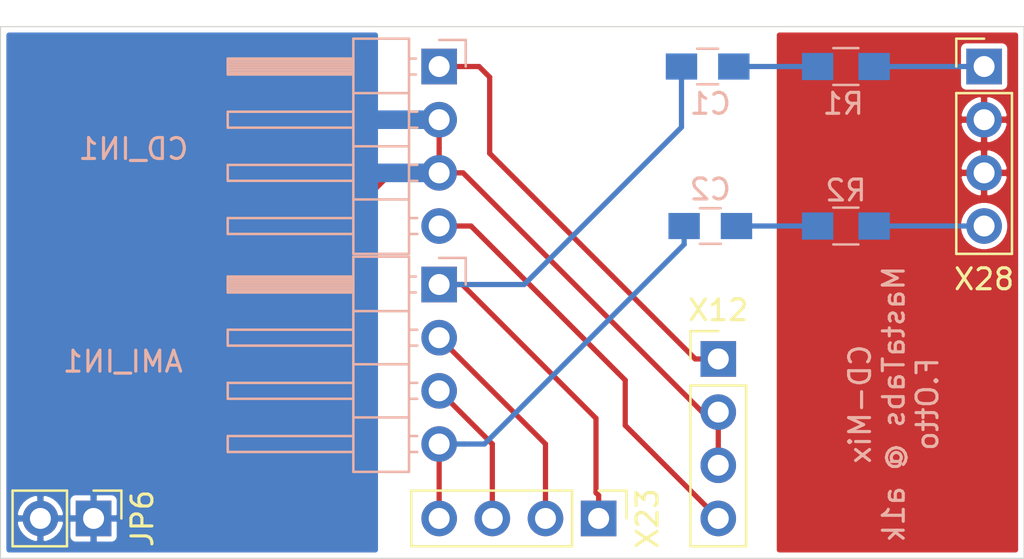
<source format=kicad_pcb>
(kicad_pcb (version 20171130) (host pcbnew 5.1.5)

  (general
    (thickness 1.6)
    (drawings 5)
    (tracks 46)
    (zones 0)
    (modules 10)
    (nets 12)
  )

  (page A4)
  (layers
    (0 F.Cu signal)
    (31 B.Cu signal)
    (32 B.Adhes user)
    (33 F.Adhes user)
    (34 B.Paste user)
    (35 F.Paste user)
    (36 B.SilkS user)
    (37 F.SilkS user)
    (38 B.Mask user)
    (39 F.Mask user)
    (40 Dwgs.User user)
    (41 Cmts.User user)
    (42 Eco1.User user)
    (43 Eco2.User user)
    (44 Edge.Cuts user)
    (45 Margin user)
    (46 B.CrtYd user)
    (47 F.CrtYd user)
    (48 B.Fab user)
    (49 F.Fab user hide)
  )

  (setup
    (last_trace_width 0.889)
    (user_trace_width 0.889)
    (trace_clearance 0.2)
    (zone_clearance 0.254)
    (zone_45_only no)
    (trace_min 0.2)
    (via_size 0.8)
    (via_drill 0.4)
    (via_min_size 0.4)
    (via_min_drill 0.3)
    (uvia_size 0.3)
    (uvia_drill 0.1)
    (uvias_allowed no)
    (uvia_min_size 0.2)
    (uvia_min_drill 0.1)
    (edge_width 0.05)
    (segment_width 0.2)
    (pcb_text_width 0.3)
    (pcb_text_size 1.5 1.5)
    (mod_edge_width 0.12)
    (mod_text_size 1 1)
    (mod_text_width 0.15)
    (pad_size 1.524 1.524)
    (pad_drill 0.762)
    (pad_to_mask_clearance 0.051)
    (solder_mask_min_width 0.25)
    (aux_axis_origin 0 0)
    (visible_elements FFFFFF7F)
    (pcbplotparams
      (layerselection 0x010fc_ffffffff)
      (usegerberextensions true)
      (usegerberattributes false)
      (usegerberadvancedattributes false)
      (creategerberjobfile false)
      (excludeedgelayer true)
      (linewidth 0.100000)
      (plotframeref false)
      (viasonmask false)
      (mode 1)
      (useauxorigin false)
      (hpglpennumber 1)
      (hpglpenspeed 20)
      (hpglpendiameter 15.000000)
      (psnegative false)
      (psa4output false)
      (plotreference true)
      (plotvalue true)
      (plotinvisibletext false)
      (padsonsilk false)
      (subtractmaskfromsilk false)
      (outputformat 1)
      (mirror false)
      (drillshape 0)
      (scaleselection 1)
      (outputdirectory "gerber"))
  )

  (net 0 "")
  (net 1 "Net-(AMI_IN1-Pad4)")
  (net 2 "Net-(AMI_IN1-Pad2)")
  (net 3 "Net-(AMI_IN1-Pad1)")
  (net 4 "Net-(C1-Pad1)")
  (net 5 "Net-(C2-Pad1)")
  (net 6 "Net-(CD_IN1-Pad4)")
  (net 7 "Net-(CD_IN1-Pad2)")
  (net 8 "Net-(CD_IN1-Pad1)")
  (net 9 "Net-(R1-Pad1)")
  (net 10 "Net-(R2-Pad1)")
  (net 11 "Net-(X28-Pad2)")

  (net_class Default "Dies ist die voreingestellte Netzklasse."
    (clearance 0.2)
    (trace_width 0.25)
    (via_dia 0.8)
    (via_drill 0.4)
    (uvia_dia 0.3)
    (uvia_drill 0.1)
    (add_net "Net-(AMI_IN1-Pad1)")
    (add_net "Net-(AMI_IN1-Pad2)")
    (add_net "Net-(AMI_IN1-Pad4)")
    (add_net "Net-(C1-Pad1)")
    (add_net "Net-(C2-Pad1)")
    (add_net "Net-(CD_IN1-Pad1)")
    (add_net "Net-(CD_IN1-Pad2)")
    (add_net "Net-(CD_IN1-Pad4)")
    (add_net "Net-(R1-Pad1)")
    (add_net "Net-(R2-Pad1)")
    (add_net "Net-(X28-Pad2)")
  )

  (module Socket_Strips:Socket_Strip_Straight_1x04_Pitch2.54mm (layer F.Cu) (tedit 58CD5446) (tstamp 5ED23151)
    (at 170.815 95.25)
    (descr "Through hole straight socket strip, 1x04, 2.54mm pitch, single row")
    (tags "Through hole socket strip THT 1x04 2.54mm single row")
    (path /5ED21F9A)
    (fp_text reference X28 (at 0 10.16) (layer F.SilkS)
      (effects (font (size 1 1) (thickness 0.15)))
    )
    (fp_text value Conn_01x04 (at 0 9.95) (layer F.Fab)
      (effects (font (size 1 1) (thickness 0.15)))
    )
    (fp_text user %R (at 0 -2.33) (layer F.Fab)
      (effects (font (size 1 1) (thickness 0.15)))
    )
    (fp_line (start 1.8 -1.8) (end -1.8 -1.8) (layer F.CrtYd) (width 0.05))
    (fp_line (start 1.8 9.4) (end 1.8 -1.8) (layer F.CrtYd) (width 0.05))
    (fp_line (start -1.8 9.4) (end 1.8 9.4) (layer F.CrtYd) (width 0.05))
    (fp_line (start -1.8 -1.8) (end -1.8 9.4) (layer F.CrtYd) (width 0.05))
    (fp_line (start -1.33 -1.33) (end 0 -1.33) (layer F.SilkS) (width 0.12))
    (fp_line (start -1.33 0) (end -1.33 -1.33) (layer F.SilkS) (width 0.12))
    (fp_line (start 1.33 1.27) (end -1.33 1.27) (layer F.SilkS) (width 0.12))
    (fp_line (start 1.33 8.95) (end 1.33 1.27) (layer F.SilkS) (width 0.12))
    (fp_line (start -1.33 8.95) (end 1.33 8.95) (layer F.SilkS) (width 0.12))
    (fp_line (start -1.33 1.27) (end -1.33 8.95) (layer F.SilkS) (width 0.12))
    (fp_line (start 1.27 -1.27) (end -1.27 -1.27) (layer F.Fab) (width 0.1))
    (fp_line (start 1.27 8.89) (end 1.27 -1.27) (layer F.Fab) (width 0.1))
    (fp_line (start -1.27 8.89) (end 1.27 8.89) (layer F.Fab) (width 0.1))
    (fp_line (start -1.27 -1.27) (end -1.27 8.89) (layer F.Fab) (width 0.1))
    (pad 4 thru_hole oval (at 0 7.62) (size 1.7 1.7) (drill 1) (layers *.Cu *.Mask)
      (net 10 "Net-(R2-Pad1)"))
    (pad 3 thru_hole oval (at 0 5.08) (size 1.7 1.7) (drill 1) (layers *.Cu *.Mask)
      (net 11 "Net-(X28-Pad2)"))
    (pad 2 thru_hole oval (at 0 2.54) (size 1.7 1.7) (drill 1) (layers *.Cu *.Mask)
      (net 11 "Net-(X28-Pad2)"))
    (pad 1 thru_hole rect (at 0 0) (size 1.7 1.7) (drill 1) (layers *.Cu *.Mask)
      (net 9 "Net-(R1-Pad1)"))
    (model ${KISYS3DMOD}/Connector_PinSocket_2.54mm.3dshapes/PinSocket_1x04_P2.54mm_Vertical.wrl
      (at (xyz 0 0 0))
      (scale (xyz 1 1 1))
      (rotate (xyz 0 0 0))
    )
  )

  (module Socket_Strips:Socket_Strip_Straight_1x04_Pitch2.54mm (layer F.Cu) (tedit 58CD5446) (tstamp 5ED2313A)
    (at 152.4 116.84 270)
    (descr "Through hole straight socket strip, 1x04, 2.54mm pitch, single row")
    (tags "Through hole socket strip THT 1x04 2.54mm single row")
    (path /5ED22705)
    (fp_text reference X23 (at 0 -2.33 90) (layer F.SilkS)
      (effects (font (size 1 1) (thickness 0.15)))
    )
    (fp_text value Conn_01x04 (at 0 9.95 90) (layer F.Fab)
      (effects (font (size 1 1) (thickness 0.15)))
    )
    (fp_text user %R (at 0 -2.33 90) (layer F.Fab)
      (effects (font (size 1 1) (thickness 0.15)))
    )
    (fp_line (start 1.8 -1.8) (end -1.8 -1.8) (layer F.CrtYd) (width 0.05))
    (fp_line (start 1.8 9.4) (end 1.8 -1.8) (layer F.CrtYd) (width 0.05))
    (fp_line (start -1.8 9.4) (end 1.8 9.4) (layer F.CrtYd) (width 0.05))
    (fp_line (start -1.8 -1.8) (end -1.8 9.4) (layer F.CrtYd) (width 0.05))
    (fp_line (start -1.33 -1.33) (end 0 -1.33) (layer F.SilkS) (width 0.12))
    (fp_line (start -1.33 0) (end -1.33 -1.33) (layer F.SilkS) (width 0.12))
    (fp_line (start 1.33 1.27) (end -1.33 1.27) (layer F.SilkS) (width 0.12))
    (fp_line (start 1.33 8.95) (end 1.33 1.27) (layer F.SilkS) (width 0.12))
    (fp_line (start -1.33 8.95) (end 1.33 8.95) (layer F.SilkS) (width 0.12))
    (fp_line (start -1.33 1.27) (end -1.33 8.95) (layer F.SilkS) (width 0.12))
    (fp_line (start 1.27 -1.27) (end -1.27 -1.27) (layer F.Fab) (width 0.1))
    (fp_line (start 1.27 8.89) (end 1.27 -1.27) (layer F.Fab) (width 0.1))
    (fp_line (start -1.27 8.89) (end 1.27 8.89) (layer F.Fab) (width 0.1))
    (fp_line (start -1.27 -1.27) (end -1.27 8.89) (layer F.Fab) (width 0.1))
    (pad 4 thru_hole oval (at 0 7.62 270) (size 1.7 1.7) (drill 1) (layers *.Cu *.Mask)
      (net 1 "Net-(AMI_IN1-Pad4)"))
    (pad 3 thru_hole oval (at 0 5.08 270) (size 1.7 1.7) (drill 1) (layers *.Cu *.Mask)
      (net 2 "Net-(AMI_IN1-Pad2)"))
    (pad 2 thru_hole oval (at 0 2.54 270) (size 1.7 1.7) (drill 1) (layers *.Cu *.Mask)
      (net 2 "Net-(AMI_IN1-Pad2)"))
    (pad 1 thru_hole rect (at 0 0 270) (size 1.7 1.7) (drill 1) (layers *.Cu *.Mask)
      (net 3 "Net-(AMI_IN1-Pad1)"))
    (model ${KISYS3DMOD}/Connector_PinSocket_2.54mm.3dshapes/PinSocket_1x04_P2.54mm_Vertical.wrl
      (at (xyz 0 0 0))
      (scale (xyz 1 1 1))
      (rotate (xyz 0 0 0))
    )
  )

  (module Socket_Strips:Socket_Strip_Straight_1x04_Pitch2.54mm (layer F.Cu) (tedit 58CD5446) (tstamp 5ED23123)
    (at 158.115 109.22)
    (descr "Through hole straight socket strip, 1x04, 2.54mm pitch, single row")
    (tags "Through hole socket strip THT 1x04 2.54mm single row")
    (path /5ED22340)
    (fp_text reference X12 (at 0 -2.33) (layer F.SilkS)
      (effects (font (size 1 1) (thickness 0.15)))
    )
    (fp_text value Conn_01x04 (at 0 9.95) (layer F.Fab)
      (effects (font (size 1 1) (thickness 0.15)))
    )
    (fp_text user %R (at 0 -2.33) (layer F.Fab)
      (effects (font (size 1 1) (thickness 0.15)))
    )
    (fp_line (start 1.8 -1.8) (end -1.8 -1.8) (layer F.CrtYd) (width 0.05))
    (fp_line (start 1.8 9.4) (end 1.8 -1.8) (layer F.CrtYd) (width 0.05))
    (fp_line (start -1.8 9.4) (end 1.8 9.4) (layer F.CrtYd) (width 0.05))
    (fp_line (start -1.8 -1.8) (end -1.8 9.4) (layer F.CrtYd) (width 0.05))
    (fp_line (start -1.33 -1.33) (end 0 -1.33) (layer F.SilkS) (width 0.12))
    (fp_line (start -1.33 0) (end -1.33 -1.33) (layer F.SilkS) (width 0.12))
    (fp_line (start 1.33 1.27) (end -1.33 1.27) (layer F.SilkS) (width 0.12))
    (fp_line (start 1.33 8.95) (end 1.33 1.27) (layer F.SilkS) (width 0.12))
    (fp_line (start -1.33 8.95) (end 1.33 8.95) (layer F.SilkS) (width 0.12))
    (fp_line (start -1.33 1.27) (end -1.33 8.95) (layer F.SilkS) (width 0.12))
    (fp_line (start 1.27 -1.27) (end -1.27 -1.27) (layer F.Fab) (width 0.1))
    (fp_line (start 1.27 8.89) (end 1.27 -1.27) (layer F.Fab) (width 0.1))
    (fp_line (start -1.27 8.89) (end 1.27 8.89) (layer F.Fab) (width 0.1))
    (fp_line (start -1.27 -1.27) (end -1.27 8.89) (layer F.Fab) (width 0.1))
    (pad 4 thru_hole oval (at 0 7.62) (size 1.7 1.7) (drill 1) (layers *.Cu *.Mask)
      (net 6 "Net-(CD_IN1-Pad4)"))
    (pad 3 thru_hole oval (at 0 5.08) (size 1.7 1.7) (drill 1) (layers *.Cu *.Mask)
      (net 7 "Net-(CD_IN1-Pad2)"))
    (pad 2 thru_hole oval (at 0 2.54) (size 1.7 1.7) (drill 1) (layers *.Cu *.Mask)
      (net 7 "Net-(CD_IN1-Pad2)"))
    (pad 1 thru_hole rect (at 0 0) (size 1.7 1.7) (drill 1) (layers *.Cu *.Mask)
      (net 8 "Net-(CD_IN1-Pad1)"))
    (model ${KISYS3DMOD}/Connector_PinSocket_2.54mm.3dshapes/PinSocket_1x04_P2.54mm_Vertical.wrl
      (at (xyz 0 0 0))
      (scale (xyz 1 1 1))
      (rotate (xyz 0 0 0))
    )
  )

  (module Resistors_SMD:R_0805_HandSoldering (layer B.Cu) (tedit 58E0A804) (tstamp 5ED2310C)
    (at 164.211 102.87 180)
    (descr "Resistor SMD 0805, hand soldering")
    (tags "resistor 0805")
    (path /5ED244D5)
    (attr smd)
    (fp_text reference R2 (at 0 1.7) (layer B.SilkS)
      (effects (font (size 1 1) (thickness 0.15)) (justify mirror))
    )
    (fp_text value 4k7 (at 0 -1.75) (layer B.Fab)
      (effects (font (size 1 1) (thickness 0.15)) (justify mirror))
    )
    (fp_line (start 2.35 -0.9) (end -2.35 -0.9) (layer B.CrtYd) (width 0.05))
    (fp_line (start 2.35 -0.9) (end 2.35 0.9) (layer B.CrtYd) (width 0.05))
    (fp_line (start -2.35 0.9) (end -2.35 -0.9) (layer B.CrtYd) (width 0.05))
    (fp_line (start -2.35 0.9) (end 2.35 0.9) (layer B.CrtYd) (width 0.05))
    (fp_line (start -0.6 0.88) (end 0.6 0.88) (layer B.SilkS) (width 0.12))
    (fp_line (start 0.6 -0.88) (end -0.6 -0.88) (layer B.SilkS) (width 0.12))
    (fp_line (start -1 0.62) (end 1 0.62) (layer B.Fab) (width 0.1))
    (fp_line (start 1 0.62) (end 1 -0.62) (layer B.Fab) (width 0.1))
    (fp_line (start 1 -0.62) (end -1 -0.62) (layer B.Fab) (width 0.1))
    (fp_line (start -1 -0.62) (end -1 0.62) (layer B.Fab) (width 0.1))
    (fp_text user %R (at 0 0) (layer B.Fab)
      (effects (font (size 0.5 0.5) (thickness 0.075)) (justify mirror))
    )
    (pad 2 smd rect (at 1.35 0 180) (size 1.5 1.3) (layers B.Cu B.Paste B.Mask)
      (net 5 "Net-(C2-Pad1)"))
    (pad 1 smd rect (at -1.35 0 180) (size 1.5 1.3) (layers B.Cu B.Paste B.Mask)
      (net 10 "Net-(R2-Pad1)"))
    (model ${KISYS3DMOD}/Resistor_SMD.3dshapes/R_0805_2012Metric.wrl
      (at (xyz 0 0 0))
      (scale (xyz 1 1 1))
      (rotate (xyz 0 0 0))
    )
  )

  (module Resistors_SMD:R_0805_HandSoldering (layer B.Cu) (tedit 58E0A804) (tstamp 5ED230FB)
    (at 164.211 95.25 180)
    (descr "Resistor SMD 0805, hand soldering")
    (tags "resistor 0805")
    (path /5ED23EA9)
    (attr smd)
    (fp_text reference R1 (at 0.127 -1.778) (layer B.SilkS)
      (effects (font (size 1 1) (thickness 0.15)) (justify mirror))
    )
    (fp_text value 4k7 (at 0 -1.75) (layer B.Fab)
      (effects (font (size 1 1) (thickness 0.15)) (justify mirror))
    )
    (fp_line (start 2.35 -0.9) (end -2.35 -0.9) (layer B.CrtYd) (width 0.05))
    (fp_line (start 2.35 -0.9) (end 2.35 0.9) (layer B.CrtYd) (width 0.05))
    (fp_line (start -2.35 0.9) (end -2.35 -0.9) (layer B.CrtYd) (width 0.05))
    (fp_line (start -2.35 0.9) (end 2.35 0.9) (layer B.CrtYd) (width 0.05))
    (fp_line (start -0.6 0.88) (end 0.6 0.88) (layer B.SilkS) (width 0.12))
    (fp_line (start 0.6 -0.88) (end -0.6 -0.88) (layer B.SilkS) (width 0.12))
    (fp_line (start -1 0.62) (end 1 0.62) (layer B.Fab) (width 0.1))
    (fp_line (start 1 0.62) (end 1 -0.62) (layer B.Fab) (width 0.1))
    (fp_line (start 1 -0.62) (end -1 -0.62) (layer B.Fab) (width 0.1))
    (fp_line (start -1 -0.62) (end -1 0.62) (layer B.Fab) (width 0.1))
    (fp_text user %R (at 0 0) (layer B.Fab)
      (effects (font (size 0.5 0.5) (thickness 0.075)) (justify mirror))
    )
    (pad 2 smd rect (at 1.35 0 180) (size 1.5 1.3) (layers B.Cu B.Paste B.Mask)
      (net 4 "Net-(C1-Pad1)"))
    (pad 1 smd rect (at -1.35 0 180) (size 1.5 1.3) (layers B.Cu B.Paste B.Mask)
      (net 9 "Net-(R1-Pad1)"))
    (model ${KISYS3DMOD}/Resistor_SMD.3dshapes/R_0805_2012Metric.wrl
      (at (xyz 0 0 0))
      (scale (xyz 1 1 1))
      (rotate (xyz 0 0 0))
    )
  )

  (module Socket_Strips:Socket_Strip_Straight_1x02_Pitch2.54mm (layer F.Cu) (tedit 58CD5446) (tstamp 5ED230EA)
    (at 128.27 116.84 270)
    (descr "Through hole straight socket strip, 1x02, 2.54mm pitch, single row")
    (tags "Through hole socket strip THT 1x02 2.54mm single row")
    (path /5ED23777)
    (fp_text reference JP6 (at 0 -2.33 90) (layer F.SilkS)
      (effects (font (size 1 1) (thickness 0.15)))
    )
    (fp_text value Conn_01x02 (at 0 4.87 90) (layer F.Fab)
      (effects (font (size 1 1) (thickness 0.15)))
    )
    (fp_text user %R (at 0 -2.33 90) (layer F.Fab)
      (effects (font (size 1 1) (thickness 0.15)))
    )
    (fp_line (start 1.8 -1.8) (end -1.8 -1.8) (layer F.CrtYd) (width 0.05))
    (fp_line (start 1.8 4.35) (end 1.8 -1.8) (layer F.CrtYd) (width 0.05))
    (fp_line (start -1.8 4.35) (end 1.8 4.35) (layer F.CrtYd) (width 0.05))
    (fp_line (start -1.8 -1.8) (end -1.8 4.35) (layer F.CrtYd) (width 0.05))
    (fp_line (start -1.33 -1.33) (end 0 -1.33) (layer F.SilkS) (width 0.12))
    (fp_line (start -1.33 0) (end -1.33 -1.33) (layer F.SilkS) (width 0.12))
    (fp_line (start 1.33 1.27) (end -1.33 1.27) (layer F.SilkS) (width 0.12))
    (fp_line (start 1.33 3.87) (end 1.33 1.27) (layer F.SilkS) (width 0.12))
    (fp_line (start -1.33 3.87) (end 1.33 3.87) (layer F.SilkS) (width 0.12))
    (fp_line (start -1.33 1.27) (end -1.33 3.87) (layer F.SilkS) (width 0.12))
    (fp_line (start 1.27 -1.27) (end -1.27 -1.27) (layer F.Fab) (width 0.1))
    (fp_line (start 1.27 3.81) (end 1.27 -1.27) (layer F.Fab) (width 0.1))
    (fp_line (start -1.27 3.81) (end 1.27 3.81) (layer F.Fab) (width 0.1))
    (fp_line (start -1.27 -1.27) (end -1.27 3.81) (layer F.Fab) (width 0.1))
    (pad 2 thru_hole oval (at 0 2.54 270) (size 1.7 1.7) (drill 1) (layers *.Cu *.Mask)
      (net 7 "Net-(CD_IN1-Pad2)"))
    (pad 1 thru_hole rect (at 0 0 270) (size 1.7 1.7) (drill 1) (layers *.Cu *.Mask)
      (net 7 "Net-(CD_IN1-Pad2)"))
    (model ${KISYS3DMOD}/Connector_PinSocket_2.54mm.3dshapes/PinSocket_1x02_P2.54mm_Vertical.wrl
      (at (xyz 0 0 0))
      (scale (xyz 1 1 1))
      (rotate (xyz 0 0 0))
    )
  )

  (module Pin_Headers:Pin_Header_Angled_1x04_Pitch2.54mm (layer B.Cu) (tedit 59650532) (tstamp 5ED230D5)
    (at 144.78 95.25 180)
    (descr "Through hole angled pin header, 1x04, 2.54mm pitch, 6mm pin length, single row")
    (tags "Through hole angled pin header THT 1x04 2.54mm single row")
    (path /5ED22E3A)
    (fp_text reference CD_IN1 (at 14.605 -3.937) (layer B.SilkS)
      (effects (font (size 1 1) (thickness 0.15)) (justify mirror))
    )
    (fp_text value Conn_01x04 (at 4.385 -9.89) (layer B.Fab)
      (effects (font (size 1 1) (thickness 0.15)) (justify mirror))
    )
    (fp_text user %R (at 2.77 -3.81 -90) (layer B.Fab)
      (effects (font (size 1 1) (thickness 0.15)) (justify mirror))
    )
    (fp_line (start 10.55 1.8) (end -1.8 1.8) (layer B.CrtYd) (width 0.05))
    (fp_line (start 10.55 -9.4) (end 10.55 1.8) (layer B.CrtYd) (width 0.05))
    (fp_line (start -1.8 -9.4) (end 10.55 -9.4) (layer B.CrtYd) (width 0.05))
    (fp_line (start -1.8 1.8) (end -1.8 -9.4) (layer B.CrtYd) (width 0.05))
    (fp_line (start -1.27 1.27) (end 0 1.27) (layer B.SilkS) (width 0.12))
    (fp_line (start -1.27 0) (end -1.27 1.27) (layer B.SilkS) (width 0.12))
    (fp_line (start 1.042929 -8) (end 1.44 -8) (layer B.SilkS) (width 0.12))
    (fp_line (start 1.042929 -7.24) (end 1.44 -7.24) (layer B.SilkS) (width 0.12))
    (fp_line (start 10.1 -8) (end 4.1 -8) (layer B.SilkS) (width 0.12))
    (fp_line (start 10.1 -7.24) (end 10.1 -8) (layer B.SilkS) (width 0.12))
    (fp_line (start 4.1 -7.24) (end 10.1 -7.24) (layer B.SilkS) (width 0.12))
    (fp_line (start 1.44 -6.35) (end 4.1 -6.35) (layer B.SilkS) (width 0.12))
    (fp_line (start 1.042929 -5.46) (end 1.44 -5.46) (layer B.SilkS) (width 0.12))
    (fp_line (start 1.042929 -4.7) (end 1.44 -4.7) (layer B.SilkS) (width 0.12))
    (fp_line (start 10.1 -5.46) (end 4.1 -5.46) (layer B.SilkS) (width 0.12))
    (fp_line (start 10.1 -4.7) (end 10.1 -5.46) (layer B.SilkS) (width 0.12))
    (fp_line (start 4.1 -4.7) (end 10.1 -4.7) (layer B.SilkS) (width 0.12))
    (fp_line (start 1.44 -3.81) (end 4.1 -3.81) (layer B.SilkS) (width 0.12))
    (fp_line (start 1.042929 -2.92) (end 1.44 -2.92) (layer B.SilkS) (width 0.12))
    (fp_line (start 1.042929 -2.16) (end 1.44 -2.16) (layer B.SilkS) (width 0.12))
    (fp_line (start 10.1 -2.92) (end 4.1 -2.92) (layer B.SilkS) (width 0.12))
    (fp_line (start 10.1 -2.16) (end 10.1 -2.92) (layer B.SilkS) (width 0.12))
    (fp_line (start 4.1 -2.16) (end 10.1 -2.16) (layer B.SilkS) (width 0.12))
    (fp_line (start 1.44 -1.27) (end 4.1 -1.27) (layer B.SilkS) (width 0.12))
    (fp_line (start 1.11 -0.38) (end 1.44 -0.38) (layer B.SilkS) (width 0.12))
    (fp_line (start 1.11 0.38) (end 1.44 0.38) (layer B.SilkS) (width 0.12))
    (fp_line (start 4.1 -0.28) (end 10.1 -0.28) (layer B.SilkS) (width 0.12))
    (fp_line (start 4.1 -0.16) (end 10.1 -0.16) (layer B.SilkS) (width 0.12))
    (fp_line (start 4.1 -0.04) (end 10.1 -0.04) (layer B.SilkS) (width 0.12))
    (fp_line (start 4.1 0.08) (end 10.1 0.08) (layer B.SilkS) (width 0.12))
    (fp_line (start 4.1 0.2) (end 10.1 0.2) (layer B.SilkS) (width 0.12))
    (fp_line (start 4.1 0.32) (end 10.1 0.32) (layer B.SilkS) (width 0.12))
    (fp_line (start 10.1 -0.38) (end 4.1 -0.38) (layer B.SilkS) (width 0.12))
    (fp_line (start 10.1 0.38) (end 10.1 -0.38) (layer B.SilkS) (width 0.12))
    (fp_line (start 4.1 0.38) (end 10.1 0.38) (layer B.SilkS) (width 0.12))
    (fp_line (start 4.1 1.33) (end 1.44 1.33) (layer B.SilkS) (width 0.12))
    (fp_line (start 4.1 -8.95) (end 4.1 1.33) (layer B.SilkS) (width 0.12))
    (fp_line (start 1.44 -8.95) (end 4.1 -8.95) (layer B.SilkS) (width 0.12))
    (fp_line (start 1.44 1.33) (end 1.44 -8.95) (layer B.SilkS) (width 0.12))
    (fp_line (start 4.04 -7.94) (end 10.04 -7.94) (layer B.Fab) (width 0.1))
    (fp_line (start 10.04 -7.3) (end 10.04 -7.94) (layer B.Fab) (width 0.1))
    (fp_line (start 4.04 -7.3) (end 10.04 -7.3) (layer B.Fab) (width 0.1))
    (fp_line (start -0.32 -7.94) (end 1.5 -7.94) (layer B.Fab) (width 0.1))
    (fp_line (start -0.32 -7.3) (end -0.32 -7.94) (layer B.Fab) (width 0.1))
    (fp_line (start -0.32 -7.3) (end 1.5 -7.3) (layer B.Fab) (width 0.1))
    (fp_line (start 4.04 -5.4) (end 10.04 -5.4) (layer B.Fab) (width 0.1))
    (fp_line (start 10.04 -4.76) (end 10.04 -5.4) (layer B.Fab) (width 0.1))
    (fp_line (start 4.04 -4.76) (end 10.04 -4.76) (layer B.Fab) (width 0.1))
    (fp_line (start -0.32 -5.4) (end 1.5 -5.4) (layer B.Fab) (width 0.1))
    (fp_line (start -0.32 -4.76) (end -0.32 -5.4) (layer B.Fab) (width 0.1))
    (fp_line (start -0.32 -4.76) (end 1.5 -4.76) (layer B.Fab) (width 0.1))
    (fp_line (start 4.04 -2.86) (end 10.04 -2.86) (layer B.Fab) (width 0.1))
    (fp_line (start 10.04 -2.22) (end 10.04 -2.86) (layer B.Fab) (width 0.1))
    (fp_line (start 4.04 -2.22) (end 10.04 -2.22) (layer B.Fab) (width 0.1))
    (fp_line (start -0.32 -2.86) (end 1.5 -2.86) (layer B.Fab) (width 0.1))
    (fp_line (start -0.32 -2.22) (end -0.32 -2.86) (layer B.Fab) (width 0.1))
    (fp_line (start -0.32 -2.22) (end 1.5 -2.22) (layer B.Fab) (width 0.1))
    (fp_line (start 4.04 -0.32) (end 10.04 -0.32) (layer B.Fab) (width 0.1))
    (fp_line (start 10.04 0.32) (end 10.04 -0.32) (layer B.Fab) (width 0.1))
    (fp_line (start 4.04 0.32) (end 10.04 0.32) (layer B.Fab) (width 0.1))
    (fp_line (start -0.32 -0.32) (end 1.5 -0.32) (layer B.Fab) (width 0.1))
    (fp_line (start -0.32 0.32) (end -0.32 -0.32) (layer B.Fab) (width 0.1))
    (fp_line (start -0.32 0.32) (end 1.5 0.32) (layer B.Fab) (width 0.1))
    (fp_line (start 1.5 0.635) (end 2.135 1.27) (layer B.Fab) (width 0.1))
    (fp_line (start 1.5 -8.89) (end 1.5 0.635) (layer B.Fab) (width 0.1))
    (fp_line (start 4.04 -8.89) (end 1.5 -8.89) (layer B.Fab) (width 0.1))
    (fp_line (start 4.04 1.27) (end 4.04 -8.89) (layer B.Fab) (width 0.1))
    (fp_line (start 2.135 1.27) (end 4.04 1.27) (layer B.Fab) (width 0.1))
    (pad 4 thru_hole oval (at 0 -7.62 180) (size 1.7 1.7) (drill 1) (layers *.Cu *.Mask)
      (net 6 "Net-(CD_IN1-Pad4)"))
    (pad 3 thru_hole oval (at 0 -5.08 180) (size 1.7 1.7) (drill 1) (layers *.Cu *.Mask)
      (net 7 "Net-(CD_IN1-Pad2)"))
    (pad 2 thru_hole oval (at 0 -2.54 180) (size 1.7 1.7) (drill 1) (layers *.Cu *.Mask)
      (net 7 "Net-(CD_IN1-Pad2)"))
    (pad 1 thru_hole rect (at 0 0 180) (size 1.7 1.7) (drill 1) (layers *.Cu *.Mask)
      (net 8 "Net-(CD_IN1-Pad1)"))
    (model ${KISYS3DMOD}/Connector_PinHeader_2.54mm.3dshapes/PinHeader_1x04_P2.54mm_Horizontal.wrl
      (at (xyz 0 0 0))
      (scale (xyz 1 1 1))
      (rotate (xyz 0 0 0))
    )
  )

  (module Capacitors_SMD:C_0805_HandSoldering (layer B.Cu) (tedit 58AA84A8) (tstamp 5ED23088)
    (at 157.734 102.87 180)
    (descr "Capacitor SMD 0805, hand soldering")
    (tags "capacitor 0805")
    (path /5ED2565F)
    (attr smd)
    (fp_text reference C2 (at 0 1.75) (layer B.SilkS)
      (effects (font (size 1 1) (thickness 0.15)) (justify mirror))
    )
    (fp_text value 220n (at 0 -1.75) (layer B.Fab)
      (effects (font (size 1 1) (thickness 0.15)) (justify mirror))
    )
    (fp_line (start 2.25 -0.87) (end -2.25 -0.87) (layer B.CrtYd) (width 0.05))
    (fp_line (start 2.25 -0.87) (end 2.25 0.88) (layer B.CrtYd) (width 0.05))
    (fp_line (start -2.25 0.88) (end -2.25 -0.87) (layer B.CrtYd) (width 0.05))
    (fp_line (start -2.25 0.88) (end 2.25 0.88) (layer B.CrtYd) (width 0.05))
    (fp_line (start -0.5 -0.85) (end 0.5 -0.85) (layer B.SilkS) (width 0.12))
    (fp_line (start 0.5 0.85) (end -0.5 0.85) (layer B.SilkS) (width 0.12))
    (fp_line (start -1 0.62) (end 1 0.62) (layer B.Fab) (width 0.1))
    (fp_line (start 1 0.62) (end 1 -0.62) (layer B.Fab) (width 0.1))
    (fp_line (start 1 -0.62) (end -1 -0.62) (layer B.Fab) (width 0.1))
    (fp_line (start -1 -0.62) (end -1 0.62) (layer B.Fab) (width 0.1))
    (fp_text user %R (at 0 1.75) (layer B.Fab)
      (effects (font (size 1 1) (thickness 0.15)) (justify mirror))
    )
    (pad 2 smd rect (at 1.25 0 180) (size 1.5 1.25) (layers B.Cu B.Paste B.Mask)
      (net 1 "Net-(AMI_IN1-Pad4)"))
    (pad 1 smd rect (at -1.25 0 180) (size 1.5 1.25) (layers B.Cu B.Paste B.Mask)
      (net 5 "Net-(C2-Pad1)"))
    (model ${KISYS3DMOD}/Capacitor_SMD.3dshapes/C_0805_2012Metric.wrl
      (at (xyz 0 0 0))
      (scale (xyz 1 1 1))
      (rotate (xyz 0 0 0))
    )
  )

  (module Capacitors_SMD:C_0805_HandSoldering (layer B.Cu) (tedit 58AA84A8) (tstamp 5ED23077)
    (at 157.607 95.25 180)
    (descr "Capacitor SMD 0805, hand soldering")
    (tags "capacitor 0805")
    (path /5ED24F37)
    (attr smd)
    (fp_text reference C1 (at -0.127 -1.778) (layer B.SilkS)
      (effects (font (size 1 1) (thickness 0.15)) (justify mirror))
    )
    (fp_text value 220n (at 0 -1.75) (layer B.Fab)
      (effects (font (size 1 1) (thickness 0.15)) (justify mirror))
    )
    (fp_line (start 2.25 -0.87) (end -2.25 -0.87) (layer B.CrtYd) (width 0.05))
    (fp_line (start 2.25 -0.87) (end 2.25 0.88) (layer B.CrtYd) (width 0.05))
    (fp_line (start -2.25 0.88) (end -2.25 -0.87) (layer B.CrtYd) (width 0.05))
    (fp_line (start -2.25 0.88) (end 2.25 0.88) (layer B.CrtYd) (width 0.05))
    (fp_line (start -0.5 -0.85) (end 0.5 -0.85) (layer B.SilkS) (width 0.12))
    (fp_line (start 0.5 0.85) (end -0.5 0.85) (layer B.SilkS) (width 0.12))
    (fp_line (start -1 0.62) (end 1 0.62) (layer B.Fab) (width 0.1))
    (fp_line (start 1 0.62) (end 1 -0.62) (layer B.Fab) (width 0.1))
    (fp_line (start 1 -0.62) (end -1 -0.62) (layer B.Fab) (width 0.1))
    (fp_line (start -1 -0.62) (end -1 0.62) (layer B.Fab) (width 0.1))
    (fp_text user %R (at 0 1.75) (layer B.Fab)
      (effects (font (size 1 1) (thickness 0.15)) (justify mirror))
    )
    (pad 2 smd rect (at 1.25 0 180) (size 1.5 1.25) (layers B.Cu B.Paste B.Mask)
      (net 3 "Net-(AMI_IN1-Pad1)"))
    (pad 1 smd rect (at -1.25 0 180) (size 1.5 1.25) (layers B.Cu B.Paste B.Mask)
      (net 4 "Net-(C1-Pad1)"))
    (model ${KISYS3DMOD}/Capacitor_SMD.3dshapes/C_0805_2012Metric.wrl
      (at (xyz 0 0 0))
      (scale (xyz 1 1 1))
      (rotate (xyz 0 0 0))
    )
  )

  (module Pin_Headers:Pin_Header_Angled_1x04_Pitch2.54mm (layer B.Cu) (tedit 59650532) (tstamp 5ED23066)
    (at 144.78 105.664 180)
    (descr "Through hole angled pin header, 1x04, 2.54mm pitch, 6mm pin length, single row")
    (tags "Through hole angled pin header THT 1x04 2.54mm single row")
    (path /5ED23267)
    (fp_text reference AMI_IN1 (at 15.113 -3.683) (layer B.SilkS)
      (effects (font (size 1 1) (thickness 0.15)) (justify mirror))
    )
    (fp_text value Conn_01x04 (at 4.385 -9.89) (layer B.Fab)
      (effects (font (size 1 1) (thickness 0.15)) (justify mirror))
    )
    (fp_text user %R (at 2.77 -3.81 -90) (layer B.Fab)
      (effects (font (size 1 1) (thickness 0.15)) (justify mirror))
    )
    (fp_line (start 10.55 1.8) (end -1.8 1.8) (layer B.CrtYd) (width 0.05))
    (fp_line (start 10.55 -9.4) (end 10.55 1.8) (layer B.CrtYd) (width 0.05))
    (fp_line (start -1.8 -9.4) (end 10.55 -9.4) (layer B.CrtYd) (width 0.05))
    (fp_line (start -1.8 1.8) (end -1.8 -9.4) (layer B.CrtYd) (width 0.05))
    (fp_line (start -1.27 1.27) (end 0 1.27) (layer B.SilkS) (width 0.12))
    (fp_line (start -1.27 0) (end -1.27 1.27) (layer B.SilkS) (width 0.12))
    (fp_line (start 1.042929 -8) (end 1.44 -8) (layer B.SilkS) (width 0.12))
    (fp_line (start 1.042929 -7.24) (end 1.44 -7.24) (layer B.SilkS) (width 0.12))
    (fp_line (start 10.1 -8) (end 4.1 -8) (layer B.SilkS) (width 0.12))
    (fp_line (start 10.1 -7.24) (end 10.1 -8) (layer B.SilkS) (width 0.12))
    (fp_line (start 4.1 -7.24) (end 10.1 -7.24) (layer B.SilkS) (width 0.12))
    (fp_line (start 1.44 -6.35) (end 4.1 -6.35) (layer B.SilkS) (width 0.12))
    (fp_line (start 1.042929 -5.46) (end 1.44 -5.46) (layer B.SilkS) (width 0.12))
    (fp_line (start 1.042929 -4.7) (end 1.44 -4.7) (layer B.SilkS) (width 0.12))
    (fp_line (start 10.1 -5.46) (end 4.1 -5.46) (layer B.SilkS) (width 0.12))
    (fp_line (start 10.1 -4.7) (end 10.1 -5.46) (layer B.SilkS) (width 0.12))
    (fp_line (start 4.1 -4.7) (end 10.1 -4.7) (layer B.SilkS) (width 0.12))
    (fp_line (start 1.44 -3.81) (end 4.1 -3.81) (layer B.SilkS) (width 0.12))
    (fp_line (start 1.042929 -2.92) (end 1.44 -2.92) (layer B.SilkS) (width 0.12))
    (fp_line (start 1.042929 -2.16) (end 1.44 -2.16) (layer B.SilkS) (width 0.12))
    (fp_line (start 10.1 -2.92) (end 4.1 -2.92) (layer B.SilkS) (width 0.12))
    (fp_line (start 10.1 -2.16) (end 10.1 -2.92) (layer B.SilkS) (width 0.12))
    (fp_line (start 4.1 -2.16) (end 10.1 -2.16) (layer B.SilkS) (width 0.12))
    (fp_line (start 1.44 -1.27) (end 4.1 -1.27) (layer B.SilkS) (width 0.12))
    (fp_line (start 1.11 -0.38) (end 1.44 -0.38) (layer B.SilkS) (width 0.12))
    (fp_line (start 1.11 0.38) (end 1.44 0.38) (layer B.SilkS) (width 0.12))
    (fp_line (start 4.1 -0.28) (end 10.1 -0.28) (layer B.SilkS) (width 0.12))
    (fp_line (start 4.1 -0.16) (end 10.1 -0.16) (layer B.SilkS) (width 0.12))
    (fp_line (start 4.1 -0.04) (end 10.1 -0.04) (layer B.SilkS) (width 0.12))
    (fp_line (start 4.1 0.08) (end 10.1 0.08) (layer B.SilkS) (width 0.12))
    (fp_line (start 4.1 0.2) (end 10.1 0.2) (layer B.SilkS) (width 0.12))
    (fp_line (start 4.1 0.32) (end 10.1 0.32) (layer B.SilkS) (width 0.12))
    (fp_line (start 10.1 -0.38) (end 4.1 -0.38) (layer B.SilkS) (width 0.12))
    (fp_line (start 10.1 0.38) (end 10.1 -0.38) (layer B.SilkS) (width 0.12))
    (fp_line (start 4.1 0.38) (end 10.1 0.38) (layer B.SilkS) (width 0.12))
    (fp_line (start 4.1 1.33) (end 1.44 1.33) (layer B.SilkS) (width 0.12))
    (fp_line (start 4.1 -8.95) (end 4.1 1.33) (layer B.SilkS) (width 0.12))
    (fp_line (start 1.44 -8.95) (end 4.1 -8.95) (layer B.SilkS) (width 0.12))
    (fp_line (start 1.44 1.33) (end 1.44 -8.95) (layer B.SilkS) (width 0.12))
    (fp_line (start 4.04 -7.94) (end 10.04 -7.94) (layer B.Fab) (width 0.1))
    (fp_line (start 10.04 -7.3) (end 10.04 -7.94) (layer B.Fab) (width 0.1))
    (fp_line (start 4.04 -7.3) (end 10.04 -7.3) (layer B.Fab) (width 0.1))
    (fp_line (start -0.32 -7.94) (end 1.5 -7.94) (layer B.Fab) (width 0.1))
    (fp_line (start -0.32 -7.3) (end -0.32 -7.94) (layer B.Fab) (width 0.1))
    (fp_line (start -0.32 -7.3) (end 1.5 -7.3) (layer B.Fab) (width 0.1))
    (fp_line (start 4.04 -5.4) (end 10.04 -5.4) (layer B.Fab) (width 0.1))
    (fp_line (start 10.04 -4.76) (end 10.04 -5.4) (layer B.Fab) (width 0.1))
    (fp_line (start 4.04 -4.76) (end 10.04 -4.76) (layer B.Fab) (width 0.1))
    (fp_line (start -0.32 -5.4) (end 1.5 -5.4) (layer B.Fab) (width 0.1))
    (fp_line (start -0.32 -4.76) (end -0.32 -5.4) (layer B.Fab) (width 0.1))
    (fp_line (start -0.32 -4.76) (end 1.5 -4.76) (layer B.Fab) (width 0.1))
    (fp_line (start 4.04 -2.86) (end 10.04 -2.86) (layer B.Fab) (width 0.1))
    (fp_line (start 10.04 -2.22) (end 10.04 -2.86) (layer B.Fab) (width 0.1))
    (fp_line (start 4.04 -2.22) (end 10.04 -2.22) (layer B.Fab) (width 0.1))
    (fp_line (start -0.32 -2.86) (end 1.5 -2.86) (layer B.Fab) (width 0.1))
    (fp_line (start -0.32 -2.22) (end -0.32 -2.86) (layer B.Fab) (width 0.1))
    (fp_line (start -0.32 -2.22) (end 1.5 -2.22) (layer B.Fab) (width 0.1))
    (fp_line (start 4.04 -0.32) (end 10.04 -0.32) (layer B.Fab) (width 0.1))
    (fp_line (start 10.04 0.32) (end 10.04 -0.32) (layer B.Fab) (width 0.1))
    (fp_line (start 4.04 0.32) (end 10.04 0.32) (layer B.Fab) (width 0.1))
    (fp_line (start -0.32 -0.32) (end 1.5 -0.32) (layer B.Fab) (width 0.1))
    (fp_line (start -0.32 0.32) (end -0.32 -0.32) (layer B.Fab) (width 0.1))
    (fp_line (start -0.32 0.32) (end 1.5 0.32) (layer B.Fab) (width 0.1))
    (fp_line (start 1.5 0.635) (end 2.135 1.27) (layer B.Fab) (width 0.1))
    (fp_line (start 1.5 -8.89) (end 1.5 0.635) (layer B.Fab) (width 0.1))
    (fp_line (start 4.04 -8.89) (end 1.5 -8.89) (layer B.Fab) (width 0.1))
    (fp_line (start 4.04 1.27) (end 4.04 -8.89) (layer B.Fab) (width 0.1))
    (fp_line (start 2.135 1.27) (end 4.04 1.27) (layer B.Fab) (width 0.1))
    (pad 4 thru_hole oval (at 0 -7.62 180) (size 1.7 1.7) (drill 1) (layers *.Cu *.Mask)
      (net 1 "Net-(AMI_IN1-Pad4)"))
    (pad 3 thru_hole oval (at 0 -5.08 180) (size 1.7 1.7) (drill 1) (layers *.Cu *.Mask)
      (net 2 "Net-(AMI_IN1-Pad2)"))
    (pad 2 thru_hole oval (at 0 -2.54 180) (size 1.7 1.7) (drill 1) (layers *.Cu *.Mask)
      (net 2 "Net-(AMI_IN1-Pad2)"))
    (pad 1 thru_hole rect (at 0 0 180) (size 1.7 1.7) (drill 1) (layers *.Cu *.Mask)
      (net 3 "Net-(AMI_IN1-Pad1)"))
    (model ${KISYS3DMOD}/Connector_PinHeader_2.54mm.3dshapes/PinHeader_1x04_P2.54mm_Horizontal.wrl
      (at (xyz 0 0 0))
      (scale (xyz 1 1 1))
      (rotate (xyz 0 0 0))
    )
  )

  (gr_text "CD-Mix\nMastaTabs @ a1k\nF.Otto" (at 166.497 111.379 90) (layer B.SilkS)
    (effects (font (size 1 1) (thickness 0.15)) (justify mirror))
  )
  (gr_line (start 123.825 93.345) (end 123.825 118.745) (layer Edge.Cuts) (width 0.05) (tstamp 5ED23EA7))
  (gr_line (start 172.72 93.345) (end 123.825 93.345) (layer Edge.Cuts) (width 0.05))
  (gr_line (start 172.72 118.745) (end 172.72 93.345) (layer Edge.Cuts) (width 0.05))
  (gr_line (start 123.825 118.745) (end 172.72 118.745) (layer Edge.Cuts) (width 0.05))

  (segment (start 144.78 116.84) (end 144.78 113.284) (width 0.25) (layer F.Cu) (net 1))
  (segment (start 146.945 113.284) (end 145.982081 113.284) (width 0.25) (layer B.Cu) (net 1))
  (segment (start 145.982081 113.284) (end 144.78 113.284) (width 0.25) (layer B.Cu) (net 1))
  (segment (start 156.484 103.745) (end 146.945 113.284) (width 0.25) (layer B.Cu) (net 1))
  (segment (start 156.484 102.87) (end 156.484 103.745) (width 0.25) (layer B.Cu) (net 1))
  (segment (start 147.32 113.284) (end 144.78 110.744) (width 0.25) (layer F.Cu) (net 2))
  (segment (start 147.32 116.84) (end 147.32 113.284) (width 0.25) (layer F.Cu) (net 2))
  (segment (start 149.86 113.284) (end 144.78 108.204) (width 0.25) (layer F.Cu) (net 2))
  (segment (start 149.86 116.84) (end 149.86 113.284) (width 0.25) (layer F.Cu) (net 2))
  (segment (start 152.4 115.74) (end 152.273 115.613) (width 0.25) (layer F.Cu) (net 3))
  (segment (start 152.4 116.84) (end 152.4 115.74) (width 0.25) (layer F.Cu) (net 3))
  (segment (start 152.273 112.057) (end 145.88 105.664) (width 0.25) (layer F.Cu) (net 3))
  (segment (start 145.88 105.664) (end 144.78 105.664) (width 0.25) (layer F.Cu) (net 3))
  (segment (start 152.273 115.613) (end 152.273 112.057) (width 0.25) (layer F.Cu) (net 3))
  (segment (start 148.844 105.664) (end 144.78 105.664) (width 0.25) (layer B.Cu) (net 3))
  (segment (start 156.357 95.25) (end 156.357 98.151) (width 0.25) (layer B.Cu) (net 3))
  (segment (start 156.357 98.151) (end 148.844 105.664) (width 0.25) (layer B.Cu) (net 3))
  (segment (start 162.861 95.25) (end 158.857 95.25) (width 0.25) (layer B.Cu) (net 4))
  (segment (start 162.861 102.87) (end 158.984 102.87) (width 0.25) (layer B.Cu) (net 5))
  (segment (start 146.304 102.87) (end 144.78 102.87) (width 0.25) (layer F.Cu) (net 6))
  (segment (start 158.115 116.84) (end 153.67 112.395) (width 0.25) (layer F.Cu) (net 6))
  (segment (start 153.67 110.236) (end 146.304 102.87) (width 0.25) (layer F.Cu) (net 6))
  (segment (start 153.67 112.395) (end 153.67 110.236) (width 0.25) (layer F.Cu) (net 6))
  (segment (start 158.115 114.3) (end 158.115 111.76) (width 0.25) (layer F.Cu) (net 7))
  (segment (start 144.78 99.127919) (end 144.78 97.79) (width 0.25) (layer F.Cu) (net 7))
  (segment (start 144.78 100.33) (end 144.78 99.127919) (width 0.25) (layer F.Cu) (net 7))
  (segment (start 126.932081 116.84) (end 128.27 116.84) (width 0.25) (layer F.Cu) (net 7))
  (segment (start 125.73 116.84) (end 126.932081 116.84) (width 0.25) (layer F.Cu) (net 7))
  (segment (start 129.37 116.84) (end 140.081 106.129) (width 0.25) (layer F.Cu) (net 7))
  (segment (start 128.27 116.84) (end 129.37 116.84) (width 0.25) (layer F.Cu) (net 7))
  (segment (start 140.081 106.129) (end 140.081 102.743) (width 0.25) (layer F.Cu) (net 7))
  (segment (start 142.494 100.33) (end 144.78 100.33) (width 0.25) (layer F.Cu) (net 7))
  (segment (start 140.081 102.743) (end 142.494 100.33) (width 0.25) (layer F.Cu) (net 7))
  (segment (start 158.115 111.76) (end 157.353 111.76) (width 0.25) (layer F.Cu) (net 7))
  (segment (start 145.796 100.33) (end 144.78 100.33) (width 0.25) (layer F.Cu) (net 7))
  (segment (start 145.923 100.33) (end 145.796 100.33) (width 0.25) (layer F.Cu) (net 7))
  (segment (start 157.353 111.76) (end 145.923 100.33) (width 0.25) (layer F.Cu) (net 7))
  (segment (start 144.78 97.79) (end 141.351 97.79) (width 0.889) (layer B.Cu) (net 7))
  (segment (start 144.78 100.33) (end 141.478 100.33) (width 0.889) (layer B.Cu) (net 7))
  (segment (start 147.193 99.398) (end 147.193 95.758) (width 0.25) (layer F.Cu) (net 8))
  (segment (start 146.685 95.25) (end 144.78 95.25) (width 0.25) (layer F.Cu) (net 8))
  (segment (start 158.115 109.22) (end 157.015 109.22) (width 0.25) (layer F.Cu) (net 8))
  (segment (start 147.193 95.758) (end 146.685 95.25) (width 0.25) (layer F.Cu) (net 8))
  (segment (start 157.015 109.22) (end 147.193 99.398) (width 0.25) (layer F.Cu) (net 8))
  (segment (start 170.815 95.25) (end 165.561 95.25) (width 0.25) (layer B.Cu) (net 9))
  (segment (start 170.815 102.87) (end 165.561 102.87) (width 0.25) (layer B.Cu) (net 10))

  (zone (net 11) (net_name "Net-(X28-Pad2)") (layer F.Cu) (tstamp 5ED24B68) (hatch edge 0.508)
    (connect_pads (clearance 0.254))
    (min_thickness 0.254)
    (fill yes (arc_segments 32) (thermal_gap 0.254) (thermal_bridge_width 0.3048))
    (polygon
      (pts
        (xy 172.593 118.618) (xy 160.909 118.618) (xy 160.909 93.472) (xy 172.593 93.472)
      )
    )
    (filled_polygon
      (pts
        (xy 172.314 118.339) (xy 161.036 118.339) (xy 161.036 102.748757) (xy 169.584 102.748757) (xy 169.584 102.991243)
        (xy 169.631307 103.229069) (xy 169.724102 103.453097) (xy 169.85882 103.654717) (xy 170.030283 103.82618) (xy 170.231903 103.960898)
        (xy 170.455931 104.053693) (xy 170.693757 104.101) (xy 170.936243 104.101) (xy 171.174069 104.053693) (xy 171.398097 103.960898)
        (xy 171.599717 103.82618) (xy 171.77118 103.654717) (xy 171.905898 103.453097) (xy 171.998693 103.229069) (xy 172.046 102.991243)
        (xy 172.046 102.748757) (xy 171.998693 102.510931) (xy 171.905898 102.286903) (xy 171.77118 102.085283) (xy 171.599717 101.91382)
        (xy 171.398097 101.779102) (xy 171.174069 101.686307) (xy 170.936243 101.639) (xy 170.693757 101.639) (xy 170.455931 101.686307)
        (xy 170.231903 101.779102) (xy 170.030283 101.91382) (xy 169.85882 102.085283) (xy 169.724102 102.286903) (xy 169.631307 102.510931)
        (xy 169.584 102.748757) (xy 161.036 102.748757) (xy 161.036 100.547617) (xy 169.603388 100.547617) (xy 169.612336 100.592612)
        (xy 169.686678 100.822194) (xy 169.804381 101.032861) (xy 169.960921 101.216518) (xy 170.150283 101.366106) (xy 170.36519 101.475877)
        (xy 170.597383 101.541613) (xy 170.7896 101.465489) (xy 170.7896 100.3554) (xy 170.8404 100.3554) (xy 170.8404 101.465489)
        (xy 171.032617 101.541613) (xy 171.26481 101.475877) (xy 171.479717 101.366106) (xy 171.669079 101.216518) (xy 171.825619 101.032861)
        (xy 171.943322 100.822194) (xy 172.017664 100.592612) (xy 172.026612 100.547617) (xy 171.950466 100.3554) (xy 170.8404 100.3554)
        (xy 170.7896 100.3554) (xy 169.679534 100.3554) (xy 169.603388 100.547617) (xy 161.036 100.547617) (xy 161.036 100.112383)
        (xy 169.603388 100.112383) (xy 169.679534 100.3046) (xy 170.7896 100.3046) (xy 170.7896 99.194511) (xy 170.8404 99.194511)
        (xy 170.8404 100.3046) (xy 171.950466 100.3046) (xy 172.026612 100.112383) (xy 172.017664 100.067388) (xy 171.943322 99.837806)
        (xy 171.825619 99.627139) (xy 171.669079 99.443482) (xy 171.479717 99.293894) (xy 171.26481 99.184123) (xy 171.032617 99.118387)
        (xy 170.8404 99.194511) (xy 170.7896 99.194511) (xy 170.597383 99.118387) (xy 170.36519 99.184123) (xy 170.150283 99.293894)
        (xy 169.960921 99.443482) (xy 169.804381 99.627139) (xy 169.686678 99.837806) (xy 169.612336 100.067388) (xy 169.603388 100.112383)
        (xy 161.036 100.112383) (xy 161.036 98.007617) (xy 169.603388 98.007617) (xy 169.612336 98.052612) (xy 169.686678 98.282194)
        (xy 169.804381 98.492861) (xy 169.960921 98.676518) (xy 170.150283 98.826106) (xy 170.36519 98.935877) (xy 170.597383 99.001613)
        (xy 170.7896 98.925489) (xy 170.7896 97.8154) (xy 170.8404 97.8154) (xy 170.8404 98.925489) (xy 171.032617 99.001613)
        (xy 171.26481 98.935877) (xy 171.479717 98.826106) (xy 171.669079 98.676518) (xy 171.825619 98.492861) (xy 171.943322 98.282194)
        (xy 172.017664 98.052612) (xy 172.026612 98.007617) (xy 171.950466 97.8154) (xy 170.8404 97.8154) (xy 170.7896 97.8154)
        (xy 169.679534 97.8154) (xy 169.603388 98.007617) (xy 161.036 98.007617) (xy 161.036 97.572383) (xy 169.603388 97.572383)
        (xy 169.679534 97.7646) (xy 170.7896 97.7646) (xy 170.7896 96.654511) (xy 170.8404 96.654511) (xy 170.8404 97.7646)
        (xy 171.950466 97.7646) (xy 172.026612 97.572383) (xy 172.017664 97.527388) (xy 171.943322 97.297806) (xy 171.825619 97.087139)
        (xy 171.669079 96.903482) (xy 171.479717 96.753894) (xy 171.26481 96.644123) (xy 171.032617 96.578387) (xy 170.8404 96.654511)
        (xy 170.7896 96.654511) (xy 170.597383 96.578387) (xy 170.36519 96.644123) (xy 170.150283 96.753894) (xy 169.960921 96.903482)
        (xy 169.804381 97.087139) (xy 169.686678 97.297806) (xy 169.612336 97.527388) (xy 169.603388 97.572383) (xy 161.036 97.572383)
        (xy 161.036 94.4) (xy 169.582157 94.4) (xy 169.582157 96.1) (xy 169.589513 96.174689) (xy 169.611299 96.246508)
        (xy 169.646678 96.312696) (xy 169.694289 96.370711) (xy 169.752304 96.418322) (xy 169.818492 96.453701) (xy 169.890311 96.475487)
        (xy 169.965 96.482843) (xy 171.665 96.482843) (xy 171.739689 96.475487) (xy 171.811508 96.453701) (xy 171.877696 96.418322)
        (xy 171.935711 96.370711) (xy 171.983322 96.312696) (xy 172.018701 96.246508) (xy 172.040487 96.174689) (xy 172.047843 96.1)
        (xy 172.047843 94.4) (xy 172.040487 94.325311) (xy 172.018701 94.253492) (xy 171.983322 94.187304) (xy 171.935711 94.129289)
        (xy 171.877696 94.081678) (xy 171.811508 94.046299) (xy 171.739689 94.024513) (xy 171.665 94.017157) (xy 169.965 94.017157)
        (xy 169.890311 94.024513) (xy 169.818492 94.046299) (xy 169.752304 94.081678) (xy 169.694289 94.129289) (xy 169.646678 94.187304)
        (xy 169.611299 94.253492) (xy 169.589513 94.325311) (xy 169.582157 94.4) (xy 161.036 94.4) (xy 161.036 93.751)
        (xy 172.314001 93.751)
      )
    )
  )
  (zone (net 7) (net_name "Net-(CD_IN1-Pad2)") (layer B.Cu) (tstamp 5ED24B65) (hatch edge 0.508)
    (connect_pads (clearance 0.254))
    (min_thickness 0.254)
    (fill yes (arc_segments 32) (thermal_gap 0.254) (thermal_bridge_width 0.3048))
    (polygon
      (pts
        (xy 141.859 107.061) (xy 141.859 112.014) (xy 141.859 118.618) (xy 123.952 118.618) (xy 123.952 93.472)
        (xy 141.859 93.472)
      )
    )
    (filled_polygon
      (pts
        (xy 141.732 118.339) (xy 124.231 118.339) (xy 124.231 117.057617) (xy 124.518387 117.057617) (xy 124.584123 117.28981)
        (xy 124.693894 117.504717) (xy 124.843482 117.694079) (xy 125.027139 117.850619) (xy 125.237806 117.968322) (xy 125.467388 118.042664)
        (xy 125.512383 118.051612) (xy 125.7046 117.975466) (xy 125.7046 116.8654) (xy 125.7554 116.8654) (xy 125.7554 117.975466)
        (xy 125.947617 118.051612) (xy 125.992612 118.042664) (xy 126.222194 117.968322) (xy 126.432861 117.850619) (xy 126.616518 117.694079)
        (xy 126.61974 117.69) (xy 127.037157 117.69) (xy 127.044513 117.764689) (xy 127.066299 117.836508) (xy 127.101678 117.902696)
        (xy 127.149289 117.960711) (xy 127.207304 118.008322) (xy 127.273492 118.043701) (xy 127.345311 118.065487) (xy 127.42 118.072843)
        (xy 128.14935 118.071) (xy 128.2446 117.97575) (xy 128.2446 116.8654) (xy 128.2954 116.8654) (xy 128.2954 117.97575)
        (xy 128.39065 118.071) (xy 129.12 118.072843) (xy 129.194689 118.065487) (xy 129.266508 118.043701) (xy 129.332696 118.008322)
        (xy 129.390711 117.960711) (xy 129.438322 117.902696) (xy 129.473701 117.836508) (xy 129.495487 117.764689) (xy 129.502843 117.69)
        (xy 129.501 116.96065) (xy 129.40575 116.8654) (xy 128.2954 116.8654) (xy 128.2446 116.8654) (xy 127.13425 116.8654)
        (xy 127.039 116.96065) (xy 127.037157 117.69) (xy 126.61974 117.69) (xy 126.766106 117.504717) (xy 126.875877 117.28981)
        (xy 126.941613 117.057617) (xy 126.865489 116.8654) (xy 125.7554 116.8654) (xy 125.7046 116.8654) (xy 124.594511 116.8654)
        (xy 124.518387 117.057617) (xy 124.231 117.057617) (xy 124.231 116.622383) (xy 124.518387 116.622383) (xy 124.594511 116.8146)
        (xy 125.7046 116.8146) (xy 125.7046 115.704534) (xy 125.7554 115.704534) (xy 125.7554 116.8146) (xy 126.865489 116.8146)
        (xy 126.941613 116.622383) (xy 126.875877 116.39019) (xy 126.766106 116.175283) (xy 126.619741 115.99) (xy 127.037157 115.99)
        (xy 127.039 116.71935) (xy 127.13425 116.8146) (xy 128.2446 116.8146) (xy 128.2446 115.70425) (xy 128.2954 115.70425)
        (xy 128.2954 116.8146) (xy 129.40575 116.8146) (xy 129.501 116.71935) (xy 129.502843 115.99) (xy 129.495487 115.915311)
        (xy 129.473701 115.843492) (xy 129.438322 115.777304) (xy 129.390711 115.719289) (xy 129.332696 115.671678) (xy 129.266508 115.636299)
        (xy 129.194689 115.614513) (xy 129.12 115.607157) (xy 128.39065 115.609) (xy 128.2954 115.70425) (xy 128.2446 115.70425)
        (xy 128.14935 115.609) (xy 127.42 115.607157) (xy 127.345311 115.614513) (xy 127.273492 115.636299) (xy 127.207304 115.671678)
        (xy 127.149289 115.719289) (xy 127.101678 115.777304) (xy 127.066299 115.843492) (xy 127.044513 115.915311) (xy 127.037157 115.99)
        (xy 126.619741 115.99) (xy 126.616518 115.985921) (xy 126.432861 115.829381) (xy 126.222194 115.711678) (xy 125.992612 115.637336)
        (xy 125.947617 115.628388) (xy 125.7554 115.704534) (xy 125.7046 115.704534) (xy 125.512383 115.628388) (xy 125.467388 115.637336)
        (xy 125.237806 115.711678) (xy 125.027139 115.829381) (xy 124.843482 115.985921) (xy 124.693894 116.175283) (xy 124.584123 116.39019)
        (xy 124.518387 116.622383) (xy 124.231 116.622383) (xy 124.231 93.751) (xy 141.732 93.751)
      )
    )
  )
)

</source>
